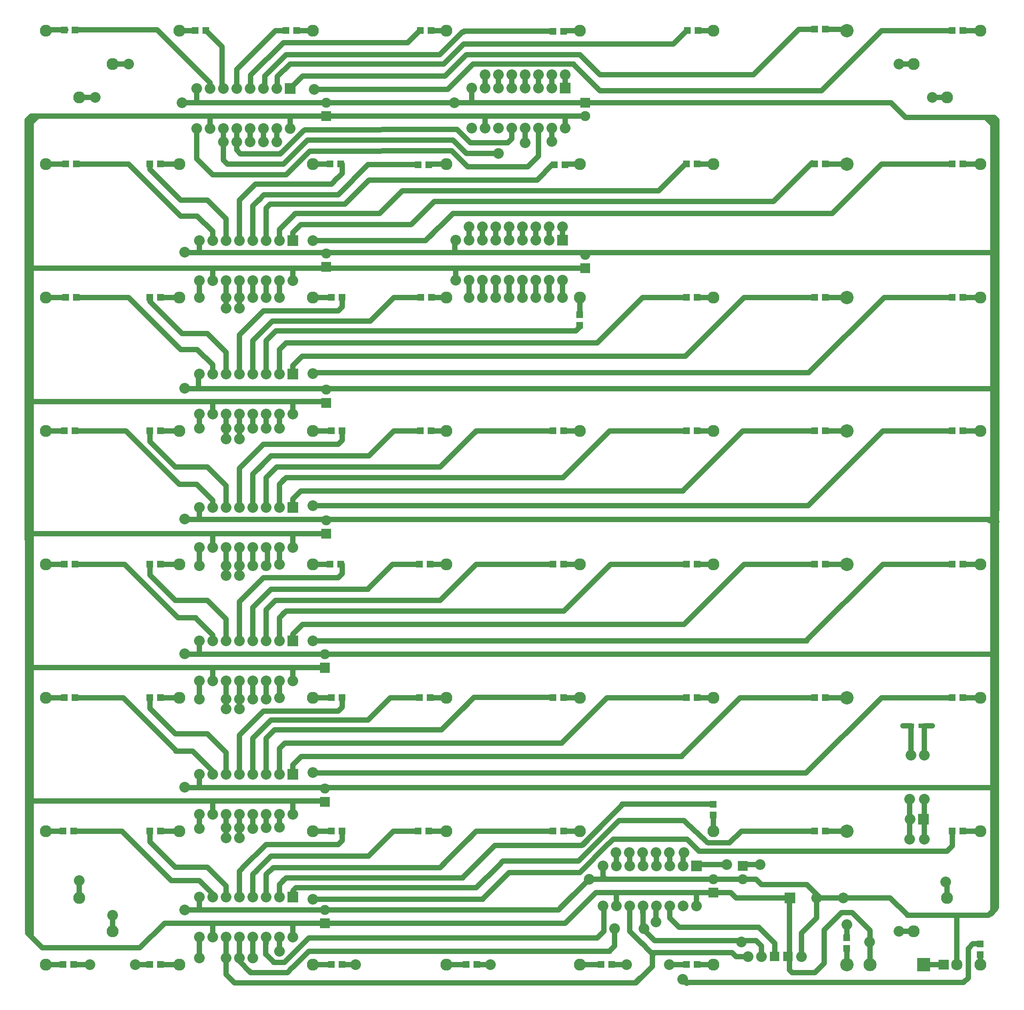
<source format=gbr>
G04 start of page 3 for group 5 idx 5 *
G04 Title: (unknown), bottom *
G04 Creator: pcb v4.0.2-g2d695f8b *
G04 CreationDate: Sat Jan 27 08:31:28 2018 UTC *
G04 For: zhenke *
G04 Format: Gerber/RS-274X *
G04 PCB-Dimensions (mil): 7480.31 7283.46 *
G04 PCB-Coordinate-Origin: lower left *
%MOIN*%
%FSLAX25Y25*%
%LNBOTTOM*%
%ADD39C,0.0430*%
%ADD38C,0.0380*%
%ADD37C,0.0420*%
%ADD36C,0.0280*%
%ADD35C,0.1180*%
%ADD34C,0.0350*%
%ADD33C,0.0850*%
%ADD32C,0.0980*%
%ADD31C,0.1000*%
%ADD30C,0.0750*%
%ADD29C,0.0900*%
%ADD28C,0.0800*%
%ADD27C,0.0001*%
%ADD26C,0.0300*%
%ADD25C,0.0400*%
G54D25*X16000Y650846D02*X21000Y655846D01*
X16000Y650846D02*Y40846D01*
X105000Y419846D02*Y411846D01*
X49000Y419846D02*X87000D01*
X27000D02*X41000D01*
X105000Y219846D02*Y211846D01*
Y119846D02*Y111846D01*
X77000Y56846D02*Y44846D01*
X52000Y82846D02*Y69846D01*
X48000Y119846D02*X84000D01*
X27000D02*X40000D01*
X49000Y219846D02*X85000D01*
X49000Y319846D02*X86000D01*
X27000D02*X41000D01*
X27000Y219846D02*X41000D01*
X113000Y419846D02*X127000D01*
X162000Y373846D02*Y362346D01*
Y378846D02*Y370346D01*
Y378846D02*X148000Y392846D01*
X152000Y441846D02*Y432346D01*
X162000D02*Y413846D01*
X142000Y432346D02*Y421846D01*
X127000Y379846D02*X139500D01*
X142000Y232346D02*Y218846D01*
X152000Y242346D02*Y232346D01*
X113000Y219846D02*X127000D01*
X142000Y262346D02*Y252346D01*
X152000Y266846D02*X139000Y279846D01*
X152000Y266846D02*Y262346D01*
X132500Y252346D02*X132000Y252846D01*
X132500Y252346D02*X147000D01*
X127000Y279846D02*X139500D01*
X124000Y192846D02*X105000Y211846D01*
X124000Y192846D02*X148000D01*
X162000Y178846D02*X148000Y192846D01*
X162000Y178846D02*Y170346D01*
X124500Y179846D02*X137000D01*
X152000Y164846D02*X137000Y179846D01*
X113000Y119846D02*X127000D01*
X124000Y92846D02*X105000Y111846D01*
X124000Y92846D02*X148000D01*
X122000Y82846D02*X140000D01*
X162000Y78846D02*X148000Y92846D01*
X152000Y142346D02*Y132346D01*
X142000D02*Y121846D01*
Y162346D02*Y152346D01*
X162000Y132346D02*Y114846D01*
X152000Y164846D02*Y162346D01*
X162000Y78846D02*Y70346D01*
X142000D02*Y60846D01*
X131500Y60346D02*X130000Y61846D01*
X84000Y119846D02*X121000Y82846D01*
X85000Y219846D02*X125000Y179846D01*
X124000Y392846D02*X105000Y411846D01*
X87000Y419846D02*X127000Y379846D01*
X124000Y392846D02*X148000D01*
X113000Y319846D02*X127000D01*
X105000D02*Y311846D01*
X124000Y292846D02*X105000Y311846D01*
X124000Y292846D02*X148000D01*
X86000Y319846D02*X126000Y279846D01*
X162000Y316346D02*Y311346D01*
X152000Y341846D02*X151000Y342846D01*
X152000Y341846D02*Y332346D01*
X113000Y519846D02*X127000D01*
X89000D02*X127000Y481846D01*
X160000Y632846D02*Y622846D01*
X140000Y623846D02*X152000Y611846D01*
X128000Y580846D02*X140500D01*
X162000Y473846D02*Y462346D01*
Y478846D02*X148000Y492846D01*
X162000Y478846D02*Y470346D01*
X134500Y451346D02*X147000D01*
X141500Y461346D02*Y451346D01*
X128000Y480846D02*X140500D01*
X142000Y532346D02*Y521846D01*
X162000Y532346D02*Y513846D01*
X172000Y89846D02*Y70346D01*
X182000Y132346D02*Y121846D01*
X172000Y132346D02*Y114846D01*
X192000Y109846D02*X174500Y92346D01*
X195750Y101096D02*X184500Y89846D01*
X182000Y87346D02*X185250Y90596D01*
X182000Y87346D02*Y70346D01*
X192000Y87346D02*Y70346D01*
X202000Y79846D02*X205000Y82846D01*
X202000Y79846D02*Y70346D01*
X204500Y82346D02*X207000Y84846D01*
X212000Y141346D02*X211000Y142346D01*
X192000Y109846D02*X244500D01*
X195750Y101096D02*X238250D01*
X192000Y132346D02*Y122346D01*
X212000Y74846D02*X214500Y77346D01*
X116000Y50846D02*X416000D01*
X131000Y60846D02*X411000D01*
X172000Y89846D02*X176500Y94346D01*
X234500Y101096D02*X268250D01*
X324500Y94846D02*X349500Y119846D01*
X227000Y68846D02*X354500D01*
X214500Y77346D02*X349500D01*
X207000Y84846D02*X339500D01*
X349000Y77346D02*X349500D01*
X339000Y84846D02*X363250Y109096D01*
X349500Y77346D02*X365750Y93596D01*
X369500Y97346D02*X366250Y94096D01*
X224000Y39846D02*X440000D01*
X439000Y73846D02*X416000Y50846D01*
X411000Y60846D02*X431000Y80846D01*
X412500Y62346D02*X433000Y82846D01*
X374000Y88846D02*X355000Y69846D01*
X374000Y88846D02*X378000D01*
X377737D02*X426000D01*
X427250Y109096D02*X363250D01*
X426000Y97346D02*X369500D01*
X427000Y109096D02*X428250D01*
X13250Y142346D02*X235500D01*
X131500Y152346D02*X131000Y152846D01*
X131500Y152346D02*X144000D01*
X202000Y132346D02*Y122846D01*
X27000Y19846D02*X40000D01*
X24500Y32346D02*X13250Y43596D01*
X24500Y32346D02*X97000D01*
X50500Y19846D02*X60000D01*
X94000D02*X105000D01*
X142000Y82846D02*X152000Y72846D01*
Y70346D01*
X142000Y40346D02*Y28846D01*
Y32346D02*Y24846D01*
X113000Y19846D02*X127000D01*
X202000Y40346D02*Y29846D01*
X192000Y27346D02*X197000Y22346D01*
X182000Y37346D02*Y26846D01*
X172000Y22346D02*X180500Y13846D01*
X172000Y40346D02*Y22346D01*
X180500Y13846D02*X179250Y15096D01*
X182000Y40346D02*Y30846D01*
X162000Y40346D02*Y30846D01*
X180500Y13846D02*X208000D01*
X211500Y17346D02*X208000Y13846D01*
X197750Y21596D02*X205750D01*
X212000Y17846D02*X224000Y29846D01*
X205750Y21596D02*X224000Y39846D01*
X191750Y37596D02*Y27596D01*
X249000Y19846D02*X259000D01*
X227000D02*X241000D01*
X50000Y619846D02*X89000D01*
X50000Y519846D02*X89000D01*
X27000Y619846D02*X42000D01*
X27000Y519846D02*X42000D01*
X162000Y573846D02*Y562346D01*
Y578846D02*X148000Y592846D01*
X162000Y578846D02*Y570346D01*
X131500Y553346D02*X131000Y553846D01*
X131500Y553346D02*X144000D01*
X113000Y619846D02*X127000D01*
X89000D02*X128000Y580846D01*
X150000Y655846D02*Y646346D01*
X160000D02*Y635846D01*
X192000Y384846D02*X200000Y392846D01*
X13250Y441846D02*X227000D01*
X212000D02*Y432346D01*
X131500Y353346D02*X131000Y353846D01*
X13500Y242346D02*X15000D01*
X13250Y45096D02*X13000Y634846D01*
X124000Y82846D02*X142000D01*
X116000Y50846D02*X97500Y32346D01*
X131500Y353346D02*X143500D01*
X13250Y342846D02*X225000D01*
X191750Y37596D02*X192000Y37846D01*
Y40346D02*Y35346D01*
X212000Y50346D02*Y40346D01*
X152000Y50346D02*Y40346D01*
X202000Y570846D02*Y562346D01*
X214500Y269846D02*X219500Y274846D01*
X204500Y282346D02*X207000Y284846D01*
X224750Y629596D02*X207000Y611846D01*
X173250Y627596D02*X202750D01*
X203500Y628346D01*
X174250Y627596D02*X172750D01*
X170000Y630346D01*
X199500Y494846D02*X195500Y490846D01*
X195000Y589846D02*X251000D01*
X192000Y586846D02*X195000Y589846D01*
X192000Y586846D02*Y562346D01*
X196750Y502096D02*X239250D01*
X199500Y494846D02*X201000D01*
X427000Y497846D02*X424000Y494846D01*
X427000Y498846D02*Y497846D01*
X287750Y519846D02*X270000Y502096D01*
X287750Y519846D02*X308000D01*
X427000D02*Y506846D01*
X235500Y502096D02*X269250D01*
X208000Y485846D02*X415500D01*
X269000Y607846D02*X343000D01*
X251000Y589846D02*X269000Y607846D01*
X336000D02*X395000D01*
X406500Y619346D02*X395000Y607846D01*
X388000Y617846D02*X396000Y625846D01*
X406500Y619346D02*X408000D01*
X406000Y646846D02*Y636846D01*
X396000Y646846D02*Y625846D01*
X356000Y655846D02*Y646846D01*
X345000Y635846D02*X335000Y645846D01*
X345000Y635846D02*X373000D01*
X224750Y629596D02*X331000Y629846D01*
X221000Y645346D02*X335000Y645846D01*
X343000Y617846D02*X354000D01*
X376000Y646846D02*Y638846D01*
X373000Y635846D02*X376000Y638846D01*
X353000Y617846D02*X388000D01*
X416000Y655846D02*Y646846D01*
X182000Y432346D02*Y421846D01*
X172000Y432346D02*Y413846D01*
X192000Y432346D02*Y421846D01*
X182000Y532346D02*Y521846D01*
X172000Y532346D02*Y513846D01*
X192000Y532346D02*Y521846D01*
X196750Y502096D02*X185500Y490846D01*
X234500Y401096D02*X268250D01*
X195750D02*X238250D01*
X207000Y384846D02*X414500D01*
X207000Y284846D02*X414500D01*
X324500Y294846D02*X349500Y319846D01*
X206000Y185846D02*X413500D01*
X350000Y19846D02*X360000D01*
X327000D02*X342000D01*
X224000Y342846D02*X227000D01*
X212000Y541846D02*Y532346D01*
Y74846D02*X212500Y75346D01*
X212000Y74846D02*Y70346D01*
Y141346D02*Y132346D01*
Y342846D02*Y332346D01*
X192000Y384846D02*Y362346D01*
X142000Y332346D02*Y318846D01*
Y362346D02*Y353346D01*
X195750Y401096D02*X184500Y389846D01*
X204500Y382346D02*X207000Y384846D01*
X182000Y332346D02*Y318846D01*
X234500Y301096D02*X268250D01*
X195750D02*X184500Y289846D01*
X195750Y301096D02*X238250D01*
X202000Y570846D02*X214000Y582846D01*
X190000Y646346D02*Y635846D01*
X180000Y646346D02*Y635846D01*
X170000Y646346D02*Y633846D01*
X210000Y655846D02*Y646346D01*
X223000Y637846D02*X205000Y619846D01*
X220000Y644846D02*X203000Y627846D01*
X117000Y242346D02*X236000D01*
X15750D02*X122000D01*
X192000Y285846D02*X199000Y292846D01*
X192000Y285846D02*Y262346D01*
X182000Y287346D02*X185750Y291096D01*
X182000Y287346D02*Y262346D01*
X202000Y279846D02*X206000Y283846D01*
X202000Y279846D02*Y262346D01*
X172000Y291846D02*Y262346D01*
X162000Y273846D02*Y262346D01*
Y278846D02*X148000Y292846D01*
X162000Y278846D02*Y270346D01*
X235500Y142346D02*X236000Y141846D01*
X192000Y87346D02*X197250Y92596D01*
X322250D02*X329750Y100096D01*
X314000Y119846D02*X327000D01*
X287500D02*X306000D01*
X197250Y92596D02*X322250D01*
X287500Y119846D02*X268750Y101096D01*
X227000Y119846D02*X241000D01*
X249000D02*Y112846D01*
X246000Y109846D02*X249000Y112846D01*
X245000Y109846D02*X246000D01*
X218500Y175846D02*X212000Y169346D01*
Y162346D01*
Y267346D02*X214000Y269346D01*
X212000Y267346D02*Y262346D01*
Y242346D02*Y232346D01*
X226000Y163346D02*X238500D01*
X202000Y232346D02*Y219846D01*
X192000Y232346D02*Y218846D01*
X182000Y189346D02*X185000Y192346D01*
X182000Y189346D02*Y162346D01*
X172000Y191846D02*X190000Y209846D01*
X172000Y191846D02*Y162346D01*
X162000Y173846D02*Y162346D01*
X182000Y232346D02*Y218846D01*
X172000Y232346D02*Y211346D01*
X162000Y232346D02*Y211346D01*
X195750Y203096D02*X184500Y191846D01*
X192000Y189346D02*X194750Y192096D01*
X192000Y189346D02*Y162346D01*
X206000Y185846D02*X202000Y181846D01*
Y162346D01*
X193500Y190846D02*X198500Y195846D01*
X315000Y219846D02*X327000D01*
X285000D02*X268250Y203096D01*
X285000Y219846D02*X307000D01*
X234500Y203096D02*X268250D01*
X198500Y195846D02*X323500D01*
X227000Y219846D02*X241000D01*
X190000Y209846D02*X246000D01*
X195750Y203096D02*X238250D01*
X249000Y219846D02*Y212846D01*
X246000Y209846D02*X249000Y212846D01*
X227000Y262346D02*X239500D01*
X735500Y650346D02*X731000Y654846D01*
X735500Y650346D02*X736500D01*
Y654346D02*X736000Y654846D01*
X653000Y619846D02*X706000D01*
X714000Y719846D02*X727000D01*
X653000D02*X706000D01*
X691000Y669846D02*X702000D01*
X666000Y694846D02*X677000D01*
X660000Y665846D02*X664000Y661846D01*
X662000Y663846D02*X663000Y662846D01*
X662000Y663846D02*X671000Y654846D01*
X591000Y720846D02*X600000D01*
X557000Y686846D02*X591000Y720846D01*
X611000D02*X627000D01*
X601000D02*X603000D01*
X627000Y719846D02*Y718846D01*
X515000Y619846D02*X527000D01*
X611000D02*X627000D01*
X653000Y719846D02*X608000Y674846D01*
X609000Y675846D01*
X443000Y674846D02*X442000D01*
X442500D02*X608000D01*
X736500Y654346D02*Y59346D01*
X738745Y352346D02*X739245Y351846D01*
X734000Y352346D02*X738745D01*
X732000Y553346D02*X738917D01*
X714000Y319846D02*X727000D01*
X737500Y654846D02*X739500Y652846D01*
X718000Y31846D02*X721500Y35346D01*
X727000D01*
X733000Y56846D02*X738500Y62346D01*
X735000Y57846D02*X738500Y61346D01*
X709500Y52346D02*Y32346D01*
X739000Y62846D02*X739500Y652346D01*
X598000Y363846D02*X654000Y419846D01*
X549000D02*X603000D01*
X611000D02*X627000D01*
X654500D02*X706000D01*
X515000Y519846D02*X527000D01*
X611000D02*X627000D01*
X550000D02*X603000D01*
X655000D02*X706000D01*
X653000Y619846D02*X616000Y582846D01*
X655000Y519846D02*X598500Y463346D01*
X714000Y619846D02*X727000D01*
X714000Y419846D02*X727000D01*
X714000Y519846D02*X727000D01*
X739159Y451346D02*X739330Y451516D01*
X734000Y451346D02*X739159D01*
X738917Y553346D02*X739417Y553846D01*
X671000Y654846D02*X737500D01*
X464500Y105346D02*X464000Y105846D01*
X464500Y105346D02*Y94846D01*
X454500Y105346D02*X454000Y105846D01*
X454500Y105346D02*Y94846D01*
X457000Y127846D02*X456500D01*
X494250Y64596D02*X494500Y64846D01*
X526746Y140101D02*X527000Y139846D01*
X459246Y140101D02*X526746D01*
X458754D02*Y139601D01*
X444500Y85846D02*X445500Y84846D01*
X444500Y94846D02*Y85846D01*
X464250Y64596D02*X464500Y64846D01*
X474250Y64596D02*X474500Y64846D01*
G54D26*X429250Y109096D02*X459000Y139846D01*
G54D25*X456500Y127846D02*X426500Y97846D01*
X458754Y139601D02*X428250Y109096D01*
X584500Y68346D02*X586000Y69846D01*
X564500Y79846D02*X597000D01*
X604500Y72346D02*X597000Y79846D01*
X604500Y72346D02*Y54846D01*
X594500Y44846D02*X604500Y54846D01*
X567000Y69846D02*X584500D01*
X672500Y56846D02*X733000D01*
X659500Y69846D02*X672000Y57346D01*
X604500Y69846D02*X659500D01*
X414000Y485846D02*X440000D01*
X474000Y519846D02*X440000Y485846D01*
X474000Y519846D02*X507000D01*
X550000D02*X506000Y475846D01*
X515000Y419846D02*X527000D01*
X549000D02*X504000Y374846D01*
X718000Y31846D02*Y9846D01*
X709500Y56346D02*X709000Y56846D01*
X709500Y56346D02*Y50346D01*
X644500Y32346D02*Y17346D01*
X709500Y34346D02*Y19846D01*
X684500D02*X699500D01*
X563000Y32846D02*Y25846D01*
X553000Y26346D02*Y25846D01*
X573000Y35846D02*Y25846D01*
X584000Y69846D02*Y26846D01*
Y24846D02*X583000Y25846D01*
X584000Y24846D02*Y15846D01*
X586000Y13846D02*X584000Y15846D01*
X593000Y43346D02*Y25846D01*
X586000Y13846D02*X603000D01*
X610000Y20846D02*X603000Y13846D01*
X610000Y45846D02*Y20846D01*
X714500Y6346D02*X718000Y9846D01*
X627000Y31846D02*Y19846D01*
X506500Y6346D02*X714500D01*
X550000Y319846D02*X505000Y274846D01*
X550000Y319846D02*X603000D01*
X685000Y198846D02*X691000D01*
X669000D02*X675000D01*
X611000Y319846D02*X627000D01*
X452000Y113846D02*X507500D01*
X449000Y110846D02*X452000Y113846D01*
X454500Y73346D02*X454000Y73846D01*
X454500Y73346D02*Y63846D01*
X552000Y94846D02*X562000D01*
X541000Y28846D02*X544000Y25846D01*
X553000D01*
X494250Y64596D02*Y54846D01*
X514500Y73346D02*X514000Y73846D01*
X514500Y73346D02*Y63846D01*
X516500Y104846D02*X507500Y113846D01*
X515500Y94846D02*X537000D01*
X504500Y103346D02*X505000Y103846D01*
X504500Y103346D02*Y93846D01*
X516500Y104846D02*X521000D01*
X481500Y28846D02*X481000Y28346D01*
X481500Y18596D02*X469000Y6096D01*
X481500Y27846D02*Y18596D01*
X472000Y9846D02*X468250Y6096D01*
X481500Y28846D02*X541000D01*
X507000Y5846D02*X504000Y8846D01*
X515000Y19846D02*X527000D01*
X497000D02*X507000D01*
X506000D02*X507000D01*
X482000Y27346D02*X479750Y29596D01*
X453000Y33846D02*X449000Y29846D01*
X451000Y19846D02*X462000D01*
X479500Y29846D02*X473250Y36096D01*
X627000Y49846D02*Y39846D01*
X563000Y33846D02*X559000Y37846D01*
X563000Y33846D02*Y31846D01*
X548000Y119846D02*X603000D01*
X611000D02*X627000D01*
X349500D02*X343250Y113596D01*
X349500Y119846D02*X407000D01*
X415000D02*X427000D01*
X527000Y131846D02*Y119846D01*
X406750Y220096D02*X407000Y219846D01*
X347750Y220096D02*X406750D01*
X347500Y219846D02*X324000Y196346D01*
X347500Y219846D02*X339250Y211596D01*
X349500Y319846D02*X345500Y315846D01*
X227000Y363846D02*X598000D01*
X219500Y374846D02*X504500D01*
X415000Y419846D02*X427000D01*
X449500D02*X414500Y384846D01*
X349500Y419846D02*X348250Y418596D01*
X349500Y419846D02*X407000D01*
X449500D02*X507000D01*
X515000Y319846D02*X527000D01*
X450000D02*X507000D01*
X141500Y451346D02*X735500D01*
X238000Y463346D02*X598000D01*
X220500Y475846D02*X505500D01*
X141500Y353346D02*X735500D01*
X415000Y219846D02*X427000D01*
X447500D02*X413500Y185846D01*
X447500Y219846D02*X507000D01*
X144500Y252346D02*X738500D01*
X237000Y262346D02*X597000D01*
X219500Y274846D02*X504500D01*
X415000Y319846D02*X427000D01*
X450000D02*X415000Y284846D01*
X349500Y319846D02*X407000D01*
X515000Y219846D02*X527000D01*
X547000D02*X503000Y175846D01*
X547000Y219846D02*X603000D01*
X611000D02*X627000D01*
X653000D02*X596500Y163346D01*
X653000Y219846D02*X706000D01*
X654000Y319846D02*X596500Y262346D01*
X654000Y319846D02*X706000D01*
X484000Y63346D02*X484500Y63846D01*
X504963Y127846D02*X506481Y126328D01*
X458000Y127846D02*X504963D01*
X448500Y110346D02*X427000Y88846D01*
X484000Y63346D02*Y51846D01*
X439000Y73846D02*X540000D01*
X539143Y110989D02*X548000Y119846D01*
X523000Y110989D02*X539143D01*
X522143Y111846D02*X523000Y110989D01*
X522077Y111846D02*X522143D01*
X521000Y112846D02*X507000Y125846D01*
X225000Y29846D02*X449500D01*
X162000Y32346D02*Y12346D01*
X168250Y6096D02*X162000Y12346D01*
X168250Y6096D02*X468250D01*
X427000Y19846D02*X443000D01*
X727000Y27346D02*Y19846D01*
X236000Y163346D02*X596000D01*
X142000Y152346D02*X738500D01*
X218500Y175846D02*X503500D01*
X714000Y219846D02*X727000D01*
X706000Y108846D02*X702000Y104846D01*
X706000Y119846D02*Y108846D01*
X714000Y119846D02*X727000D01*
X698000Y104846D02*X701000D01*
X702000Y80846D02*X701000Y81846D01*
X702000Y80846D02*Y69846D01*
X666000Y44846D02*X677000D01*
X674000Y143846D02*Y113846D01*
X685000Y143846D02*Y113846D01*
X675000Y198687D02*Y176846D01*
X685000Y197846D02*Y176846D01*
X573000Y35846D02*X561000Y47846D01*
X593000Y43346D02*X596750Y47096D01*
X623000Y58846D02*X610000Y45846D01*
X623000Y58846D02*X631000D01*
X644500Y45346D02*X631000Y58846D01*
X644500Y45346D02*Y32846D01*
X544000Y69846D02*X540000Y73846D01*
X544000Y69846D02*X566000D01*
X563000Y79846D02*X559000Y83846D01*
X563000Y79846D02*X568000D01*
X522000Y104846D02*X697000D01*
X453000Y46846D02*Y33846D01*
X445000Y63346D02*X444500Y63846D01*
X445000Y63346D02*Y44846D01*
X440000Y39846D02*X445000Y44846D01*
X475000Y46846D02*Y45846D01*
X474250Y47596D02*X475000Y46846D01*
X464500Y44846D02*X473750Y35596D01*
X474250Y64596D02*Y47596D01*
X464500Y63846D02*Y44846D01*
X474000Y63346D02*X474500Y63846D01*
X474000Y63346D02*Y58846D01*
X483000Y37846D02*X496000D01*
X475000Y45846D02*X483000Y37846D01*
X501250Y47846D02*X494250Y54846D01*
X495000Y37846D02*X559000D01*
X501250Y47846D02*X561000D01*
X436500Y83846D02*X559000D01*
X515500Y94846D02*X514500Y93846D01*
X494500Y105346D02*X494000Y105846D01*
X494500Y105346D02*Y94846D01*
X484500Y105346D02*X484000Y105846D01*
X484500Y105346D02*Y94846D01*
X474500Y105346D02*X474000Y105846D01*
X474500Y105346D02*Y94846D01*
X342000Y627846D02*X332000Y637846D01*
X346000Y676846D02*Y665846D01*
X342000Y627846D02*X366000D01*
X356000Y686846D02*Y676846D01*
X366000Y686846D02*Y676846D01*
X376000Y686846D02*Y676846D01*
X386000Y686846D02*Y676846D01*
X396000Y686846D02*Y676846D01*
X140000Y665846D02*X660000D01*
X191000Y677346D02*X190000Y676346D01*
X200500Y676846D02*X200000Y676346D01*
X200500Y685346D02*Y676846D01*
X219500Y685846D02*X210000Y676346D01*
X219500Y685846D02*X326000D01*
X191000D02*Y677346D01*
X506000Y619846D02*X486000Y599846D01*
X506000Y619846D02*X507000D01*
X572000Y591846D02*X601000Y620846D01*
X342500Y582846D02*X616000D01*
X347000Y591846D02*X572000D01*
X342000Y599846D02*X486000D01*
X139500Y553346D02*X733500D01*
X170000Y689846D02*Y676346D01*
X180500Y676846D02*X180000Y676346D01*
X180500Y686346D02*Y676846D01*
X205000Y710846D02*X180500Y686346D01*
X159000Y677346D02*X160000Y676346D01*
X159000Y707846D02*Y677346D01*
X147000Y719846D02*X159000Y707846D01*
X205000Y710846D02*X298000D01*
X307000Y719846D02*X298000Y710846D01*
X307000Y719846D02*X307500D01*
X207000Y701846D02*X191000Y685846D01*
X210000Y694846D02*X200500Y685346D01*
X207000Y701846D02*X322000D01*
X210000Y694846D02*X325000D01*
X339000Y718846D02*X322000Y701846D01*
X339000Y718846D02*X340000D01*
X340500Y719346D02*X340000Y718846D01*
Y709846D02*X325000Y694846D01*
X342000Y701846D02*X326000Y685846D01*
X347000Y694846D02*X328000Y675846D01*
X442000Y686846D02*X557000D01*
X515500Y719846D02*X527000D01*
X507000D02*X497000Y709846D01*
X507000Y719846D02*X507500D01*
X406000Y686846D02*Y676846D01*
X416000Y686846D02*Y676846D01*
X427000Y701846D02*X442000Y686846D01*
X422000Y701846D02*X427000D01*
X340500Y719346D02*X407000D01*
X340000Y709846D02*X497000D01*
X342000Y701846D02*X421000D01*
X347000Y694846D02*X422500D01*
X442000Y674846D02*X422000Y694846D01*
X343000Y617846D02*X331000Y629846D01*
X268500Y619346D02*X306000D01*
X223000Y637846D02*X332000D01*
X152000Y611846D02*X206000D01*
X163000Y619846D02*X204000D01*
X170000Y635846D02*Y630846D01*
X349500Y419846D02*X322500Y392846D01*
X200000D02*X322500D01*
X182000Y387346D02*X189250Y394596D01*
X315500Y419846D02*X327000D01*
X287750D02*X269000Y401096D01*
X287750Y419846D02*X307500D01*
X236000Y441846D02*X237000Y440846D01*
X225000Y441846D02*X236000D01*
X227500Y463346D02*X227000Y462846D01*
X227500Y463346D02*X238500D01*
X202000Y480846D02*X207000Y485846D01*
X202000Y480846D02*Y462346D01*
X212000Y468846D02*X219000Y475846D01*
X212000Y468846D02*Y462346D01*
X192000Y487346D02*X197750Y493096D01*
X192000Y487346D02*Y462346D01*
X182000Y487346D02*X187000Y492346D01*
X182000Y487346D02*Y462346D01*
Y387346D02*Y362346D01*
X202000Y379846D02*X207000Y384846D01*
X202000Y379846D02*Y362346D01*
X212000Y368846D02*X218000Y374846D01*
X212000Y368846D02*Y362346D01*
X268500Y619346D02*X246000Y596846D01*
X182000Y588346D02*Y562346D01*
X163000Y619846D02*X161000Y621846D01*
X163000Y619846D02*X160000Y622846D01*
X311500Y562346D02*X317000Y567846D01*
X227000Y562346D02*X311500D01*
X334000Y541846D02*Y532846D01*
X316000Y519846D02*X327000D01*
X227000D02*X241000D01*
Y604846D02*X245500Y609346D01*
X184000Y604846D02*X241000D01*
X172000Y592846D02*X184000Y604846D01*
X172000Y592846D02*Y562346D01*
X249000Y619846D02*Y612846D01*
X246000Y609846D02*X249000Y612846D01*
Y519846D02*Y512846D01*
X246000Y509846D02*X249000Y512846D01*
X190000Y509846D02*X246000D01*
X172000Y491846D02*X190000Y509846D01*
X172000Y491846D02*Y462346D01*
X226000Y342846D02*X237000D01*
X227000Y419846D02*X241000D01*
X249000D02*Y412846D01*
X246000Y409846D02*X249000Y412846D01*
X322500Y292846D02*X326500Y296846D01*
X315000Y319846D02*X327000D01*
X286750D02*X307000D01*
X202000Y332346D02*Y319846D01*
X193000Y331346D02*X192000Y332346D01*
X193000Y331346D02*Y317846D01*
X172000Y332346D02*Y311346D01*
X162000Y332346D02*Y318846D01*
X172000Y291846D02*X190000Y309846D01*
Y409846D02*X246000D01*
X172000Y391846D02*X190000Y409846D01*
X172000Y391846D02*Y362346D01*
X199000Y292846D02*X322500D01*
X286750Y319846D02*X268000Y301096D01*
X227000Y319846D02*X240000D01*
X249000D02*Y312846D01*
X246000Y309846D02*X249000Y312846D01*
X190000Y309846D02*X246000D01*
X128000Y592846D02*X148000D01*
X129000Y492846D02*X148000D01*
X105000Y516846D02*X129000Y492846D01*
X105000Y519846D02*Y516846D01*
Y615846D02*X128000Y592846D01*
X105000Y619846D02*Y615846D01*
X152000Y611846D02*X151000Y612846D01*
X152000Y469346D02*X140500Y480846D01*
X152000Y367846D02*X140000Y379846D01*
X152000Y367846D02*Y362346D01*
Y469346D02*Y462346D01*
X328000Y675846D02*X329000Y676846D01*
X199000Y719846D02*X207000D01*
X315500D02*X327000D01*
X215000D02*X227000D01*
X228000Y675846D02*X328000D01*
X140000Y676346D02*Y665846D01*
X314500Y619846D02*X314000Y619346D01*
X129000Y665846D02*X147000D01*
X16000Y655846D02*X431000D01*
X27500Y720346D02*X27000Y719846D01*
X27500Y720346D02*X42000D01*
X415500Y719846D02*X415000Y719346D01*
X415500Y719846D02*X427000D01*
X77000Y694846D02*X90000D01*
X386000Y646846D02*Y635846D01*
X346000Y665846D02*X367000D01*
X13039Y541846D02*X431000D01*
X131500Y451346D02*X131000Y451846D01*
X131500Y451346D02*X136500D01*
X202000Y532346D02*Y520846D01*
Y432346D02*Y421846D01*
X13000Y652846D02*X16000Y655846D01*
X13000Y652846D02*Y634846D01*
X416500Y619846D02*X416000Y619346D01*
X416500Y619846D02*X427000D01*
X199000Y719846D02*X170000Y690846D01*
X150000Y680846D02*Y676346D01*
X127000Y719846D02*X139000D01*
X110500Y720346D02*X115000Y715846D01*
X49000Y720346D02*X110500D01*
X52000Y669846D02*X64000D01*
X150000Y680846D02*X111000Y719846D01*
X212000Y568346D02*X218000Y574346D01*
X212000Y568346D02*Y562346D01*
X141500Y561846D02*X142250Y562596D01*
X142000Y562346D02*Y553346D01*
X314500Y619846D02*X327000D01*
X294000Y599846D02*X341000D01*
X227000Y619846D02*X240000D01*
X190500Y596846D02*X186250Y592596D01*
X190500Y596846D02*X245000D01*
X214000Y582846D02*X277000D01*
X294000Y599846D02*X277000Y582846D01*
X219000Y574346D02*X300500D01*
X332000Y582846D02*X311500Y562346D01*
X332000Y582846D02*X343000D01*
X318000Y591846D02*X301000Y574846D01*
X318000Y591846D02*X348000D01*
X333500Y562346D02*X334000Y562846D01*
X140000Y646346D02*Y623846D01*
X200000Y646346D02*Y635846D01*
X152000Y541846D02*Y532346D01*
X148000Y592846D02*X148500Y592346D01*
X148000Y492846D02*X148500Y492346D01*
X152000Y569346D02*X140500Y580846D01*
X152000Y569346D02*Y562346D01*
X182000Y588346D02*X187000Y593346D01*
X214000Y582846D02*X213500Y582346D01*
X414000Y532846D02*Y519846D01*
X404000Y532846D02*Y519846D01*
X394000Y532846D02*Y519846D01*
X384000Y532846D02*Y519846D01*
X374000Y532846D02*Y519846D01*
X364000Y532846D02*Y519846D01*
X354000Y532846D02*Y519846D01*
X344000Y573846D02*Y562846D01*
X354000Y573846D02*Y562846D01*
X364000Y573846D02*Y562846D01*
X333500Y562346D02*Y553346D01*
X374000Y573846D02*Y562846D01*
X384000Y573846D02*Y562846D01*
X394000Y573846D02*Y562846D01*
X404000Y573846D02*Y562846D01*
X414000Y573846D02*Y562846D01*
X344000Y532846D02*Y519846D01*
X202500Y494846D02*X424000D01*
G54D27*G36*
X208000Y74346D02*Y66346D01*
X216000D01*
Y74346D01*
X208000D01*
G37*
G54D28*X202000Y70346D03*
X192000D03*
X182000D03*
X172000D03*
Y40346D03*
X182000D03*
X162000Y70346D03*
Y40346D03*
X152000Y70346D03*
Y40346D03*
X142000Y70346D03*
Y40346D03*
G54D29*X127000Y19846D03*
G54D28*X192000Y40346D03*
X202000D03*
X212000D03*
G54D29*X227000Y19846D03*
G54D27*G36*
X208000Y166346D02*Y158346D01*
X216000D01*
Y166346D01*
X208000D01*
G37*
G54D28*X202000Y162346D03*
X192000D03*
X182000D03*
X172000D03*
X162000D03*
X152000D03*
X142000D03*
Y132346D03*
X152000D03*
X162000D03*
G54D29*X127000Y119846D03*
G54D28*X172000Y132346D03*
X182000D03*
X192000D03*
X202000D03*
X212000D03*
G54D29*X52000Y69846D03*
X77000Y44846D03*
X27000Y19846D03*
G54D27*G36*
X427250Y545596D02*Y538096D01*
X434750D01*
Y545596D01*
X427250D01*
G37*
G54D30*X431000Y551846D03*
G54D27*G36*
X410000Y566846D02*Y558846D01*
X418000D01*
Y566846D01*
X410000D01*
G37*
G54D28*X404000Y562846D03*
Y532846D03*
X414000D03*
X394000Y562846D03*
Y532846D03*
X384000Y562846D03*
Y532846D03*
X374000Y562846D03*
Y532846D03*
X364000Y562846D03*
Y532846D03*
X354000Y562846D03*
X344000D03*
X334000D03*
Y532846D03*
X344000D03*
X354000D03*
G54D27*G36*
X427250Y669596D02*Y662096D01*
X434750D01*
Y669596D01*
X427250D01*
G37*
G54D29*X527000Y719846D03*
X427000D03*
G54D30*X431000Y655846D03*
G54D27*G36*
X412000Y680846D02*Y672846D01*
X420000D01*
Y680846D01*
X412000D01*
G37*
G54D28*X406000Y676846D03*
Y646846D03*
G54D29*X727000Y519846D03*
G54D31*X627000D03*
G54D29*X527000D03*
X427000D03*
X327000D03*
G54D28*X416000Y646846D03*
G54D29*X727000Y619846D03*
G54D31*X627000D03*
G54D29*X527000D03*
X427000D03*
X702000Y669846D03*
X677000Y694846D03*
X727000Y719846D03*
G54D31*X627000D03*
G54D27*G36*
X569500Y29346D02*Y22346D01*
X576500D01*
Y29346D01*
X569500D01*
G37*
G54D28*X563000Y25846D03*
X553000D03*
G54D27*G36*
X579500Y29346D02*Y22346D01*
X586500D01*
Y29346D01*
X579500D01*
G37*
G54D28*X593000Y25846D03*
G54D29*X527000Y19846D03*
G54D27*G36*
X679600Y24746D02*Y14946D01*
X689400D01*
Y24746D01*
X679600D01*
G37*
G54D32*X644500Y19846D03*
G54D27*G36*
X695750Y23596D02*Y16096D01*
X703250D01*
Y23596D01*
X695750D01*
G37*
G54D33*X709500Y19846D03*
G54D29*X727000D03*
G54D31*X627000D03*
G54D29*X677000Y44846D03*
G54D27*G36*
X545250Y97596D02*Y90096D01*
X552750D01*
Y97596D01*
X545250D01*
G37*
G54D30*X549000Y83846D03*
G54D29*X527000Y319846D03*
Y219846D03*
Y119846D03*
G54D27*G36*
X680500Y132846D02*Y124846D01*
X688500D01*
Y132846D01*
X680500D01*
G37*
G54D29*X727000Y119846D03*
G54D28*X674500Y128846D03*
G54D31*X627000Y319846D03*
Y219846D03*
Y119846D03*
G54D29*X727000Y219846D03*
Y319846D03*
X702000Y69846D03*
X727000Y419846D03*
G54D31*X627000D03*
G54D29*X527000D03*
G54D27*G36*
X510500Y97846D02*Y89846D01*
X518500D01*
Y97846D01*
X510500D01*
G37*
G54D28*X504500Y93846D03*
X494500D03*
X484500D03*
X474500D03*
X464500D03*
X454500D03*
X444500D03*
G54D29*X427000Y119846D03*
Y419846D03*
Y319846D03*
Y219846D03*
G54D28*X444500Y63846D03*
X454500D03*
X464500D03*
X474500D03*
X484500D03*
X494500D03*
X504500D03*
X514500D03*
G54D27*G36*
X523250Y77596D02*Y70096D01*
X530750D01*
Y77596D01*
X523250D01*
G37*
G54D30*X527000Y83846D03*
G54D27*G36*
X580500Y73846D02*Y65846D01*
X588500D01*
Y73846D01*
X580500D01*
G37*
G54D28*X604500Y69846D03*
G54D29*X427000Y19846D03*
G54D28*X172000Y562346D03*
Y532346D03*
X162000Y562346D03*
Y532346D03*
X152000Y562346D03*
Y532346D03*
X142000Y562346D03*
Y532346D03*
G54D29*X127000Y519846D03*
X27000D03*
G54D27*G36*
X208000Y466346D02*Y458346D01*
X216000D01*
Y466346D01*
X208000D01*
G37*
G54D28*X202000Y462346D03*
X192000D03*
Y432346D03*
X202000D03*
X212000D03*
G54D27*G36*
X233250Y444596D02*Y437096D01*
X240750D01*
Y444596D01*
X233250D01*
G37*
G54D30*X237000Y450846D03*
G54D28*X182000Y462346D03*
Y432346D03*
X172000Y462346D03*
Y432346D03*
X162000Y462346D03*
Y432346D03*
X152000Y462346D03*
X142000D03*
Y432346D03*
X152000D03*
G54D27*G36*
X208000Y566346D02*Y558346D01*
X216000D01*
Y566346D01*
X208000D01*
G37*
G54D28*X202000Y562346D03*
X192000D03*
X182000D03*
Y532346D03*
X192000D03*
X202000D03*
X212000D03*
G54D27*G36*
X233250Y546596D02*Y539096D01*
X240750D01*
Y546596D01*
X233250D01*
G37*
G54D30*X237000Y552846D03*
G54D29*X227000Y519846D03*
X327000Y419846D03*
X227000D03*
X127000D03*
X27000D03*
G54D28*X396000Y676846D03*
X386000D03*
X376000D03*
X366000D03*
X356000D03*
X346000D03*
Y646846D03*
X356000D03*
X376000D03*
X386000D03*
X396000D03*
G54D29*X327000Y719846D03*
Y619846D03*
G54D28*X366000Y646846D03*
G54D27*G36*
X233250Y659596D02*Y652096D01*
X240750D01*
Y659596D01*
X233250D01*
G37*
G54D30*X237000Y665846D03*
G54D29*X227000Y619846D03*
G54D27*G36*
X206000Y680346D02*Y672346D01*
X214000D01*
Y680346D01*
X206000D01*
G37*
G54D28*X200000Y676346D03*
X190000D03*
X180000D03*
X170000D03*
Y646346D03*
X180000D03*
X190000D03*
X200000D03*
X160000Y676346D03*
Y646346D03*
X150000Y676346D03*
Y646346D03*
X210000D03*
G54D29*X227000Y719846D03*
G54D28*X140000Y676346D03*
Y646346D03*
G54D29*X127000Y719846D03*
Y619846D03*
X77000Y694846D03*
X52000Y669846D03*
X27000Y719846D03*
Y619846D03*
G54D27*G36*
X232250Y145596D02*Y138096D01*
X239750D01*
Y145596D01*
X232250D01*
G37*
G54D30*X236000Y151846D03*
G54D27*G36*
X232250Y54596D02*Y47096D01*
X239750D01*
Y54596D01*
X232250D01*
G37*
G54D30*X236000Y60846D03*
G54D27*G36*
X233250Y346596D02*Y339096D01*
X240750D01*
Y346596D01*
X233250D01*
G37*
G54D30*X237000Y352846D03*
G54D29*X227000Y119846D03*
G54D27*G36*
X232250Y246096D02*Y238596D01*
X239750D01*
Y246096D01*
X232250D01*
G37*
G54D30*X236000Y252346D03*
G54D27*G36*
X208000Y266346D02*Y258346D01*
X216000D01*
Y266346D01*
X208000D01*
G37*
G54D28*X212000Y232346D03*
G54D29*X227000Y219846D03*
X327000D03*
Y119846D03*
Y19846D03*
G54D28*X202000Y262346D03*
X192000D03*
X182000D03*
X172000D03*
X162000D03*
X152000D03*
X142000D03*
Y232346D03*
X152000D03*
X162000D03*
X172000D03*
G54D29*X127000Y219846D03*
G54D28*X182000Y232346D03*
X192000D03*
X202000D03*
G54D27*G36*
X208000Y366346D02*Y358346D01*
X216000D01*
Y366346D01*
X208000D01*
G37*
G54D28*X202000Y362346D03*
X192000D03*
X182000D03*
X172000D03*
X162000D03*
X152000D03*
X142000D03*
X152000Y332346D03*
X162000D03*
X172000D03*
X182000D03*
X192000D03*
X202000D03*
X212000D03*
G54D29*X227000Y319846D03*
G54D28*X142000Y332346D03*
G54D29*X27000Y319846D03*
X127000D03*
X327000D03*
X27000Y219846D03*
Y119846D03*
G54D27*G36*
X38500Y722846D02*Y717846D01*
X43500D01*
Y722846D01*
X38500D01*
G37*
G36*
X110500Y622346D02*Y617346D01*
X115500D01*
Y622346D01*
X110500D01*
G37*
G36*
X102500D02*Y617346D01*
X107500D01*
Y622346D01*
X102500D01*
G37*
G36*
X39500D02*Y617346D01*
X44500D01*
Y622346D01*
X39500D01*
G37*
G36*
X47500D02*Y617346D01*
X52500D01*
Y622346D01*
X47500D01*
G37*
G36*
X46500Y722846D02*Y717846D01*
X51500D01*
Y722846D01*
X46500D01*
G37*
G36*
X212500Y722346D02*Y717346D01*
X217500D01*
Y722346D01*
X212500D01*
G37*
G36*
X204500D02*Y717346D01*
X209500D01*
Y722346D01*
X204500D01*
G37*
G36*
X136500D02*Y717346D01*
X141500D01*
Y722346D01*
X136500D01*
G37*
G36*
X144500D02*Y717346D01*
X149500D01*
Y722346D01*
X144500D01*
G37*
G36*
X237500Y622346D02*Y617346D01*
X242500D01*
Y622346D01*
X237500D01*
G37*
G36*
X245500D02*Y617346D01*
X250500D01*
Y622346D01*
X245500D01*
G37*
G36*
X608500Y723346D02*Y718346D01*
X613500D01*
Y723346D01*
X608500D01*
G37*
G36*
X600500D02*Y718346D01*
X605500D01*
Y723346D01*
X600500D01*
G37*
G36*
X711500Y722346D02*Y717346D01*
X716500D01*
Y722346D01*
X711500D01*
G37*
G36*
X703500D02*Y717346D01*
X708500D01*
Y722346D01*
X703500D01*
G37*
G36*
X513000D02*Y717346D01*
X518000D01*
Y722346D01*
X513000D01*
G37*
G36*
X505000D02*Y717346D01*
X510000D01*
Y722346D01*
X505000D01*
G37*
G36*
X412500Y721846D02*Y716846D01*
X417500D01*
Y721846D01*
X412500D01*
G37*
G36*
X404500D02*Y716846D01*
X409500D01*
Y721846D01*
X404500D01*
G37*
G36*
X313000Y722346D02*Y717346D01*
X318000D01*
Y722346D01*
X313000D01*
G37*
G36*
X305000D02*Y717346D01*
X310000D01*
Y722346D01*
X305000D01*
G37*
G36*
X413500Y621846D02*Y616846D01*
X418500D01*
Y621846D01*
X413500D01*
G37*
G36*
X405500D02*Y616846D01*
X410500D01*
Y621846D01*
X405500D01*
G37*
G36*
X512500Y622346D02*Y617346D01*
X517500D01*
Y622346D01*
X512500D01*
G37*
G36*
X504500D02*Y617346D01*
X509500D01*
Y622346D01*
X504500D01*
G37*
G36*
X711500D02*Y617346D01*
X716500D01*
Y622346D01*
X711500D01*
G37*
G36*
X703500D02*Y617346D01*
X708500D01*
Y622346D01*
X703500D01*
G37*
G36*
X608500D02*Y617346D01*
X613500D01*
Y622346D01*
X608500D01*
G37*
G36*
X600500D02*Y617346D01*
X605500D01*
Y622346D01*
X600500D01*
G37*
G36*
X608500Y522346D02*Y517346D01*
X613500D01*
Y522346D01*
X608500D01*
G37*
G36*
X711500D02*Y517346D01*
X716500D01*
Y522346D01*
X711500D01*
G37*
G36*
X703500D02*Y517346D01*
X708500D01*
Y522346D01*
X703500D01*
G37*
G36*
X600500D02*Y517346D01*
X605500D01*
Y522346D01*
X600500D01*
G37*
G36*
X512500D02*Y517346D01*
X517500D01*
Y522346D01*
X512500D01*
G37*
G36*
X504500D02*Y517346D01*
X509500D01*
Y522346D01*
X504500D01*
G37*
G36*
X424500Y509346D02*Y504346D01*
X429500D01*
Y509346D01*
X424500D01*
G37*
G36*
Y501346D02*Y496346D01*
X429500D01*
Y501346D01*
X424500D01*
G37*
G36*
X608500Y422346D02*Y417346D01*
X613500D01*
Y422346D01*
X608500D01*
G37*
G36*
X600500D02*Y417346D01*
X605500D01*
Y422346D01*
X600500D01*
G37*
G36*
X512500D02*Y417346D01*
X517500D01*
Y422346D01*
X512500D01*
G37*
G36*
X504500D02*Y417346D01*
X509500D01*
Y422346D01*
X504500D01*
G37*
G36*
X412500Y322346D02*Y317346D01*
X417500D01*
Y322346D01*
X412500D01*
G37*
G36*
X512500D02*Y317346D01*
X517500D01*
Y322346D01*
X512500D01*
G37*
G36*
X504500D02*Y317346D01*
X509500D01*
Y322346D01*
X504500D01*
G37*
G36*
X608500D02*Y317346D01*
X613500D01*
Y322346D01*
X608500D01*
G37*
G36*
X600500D02*Y317346D01*
X605500D01*
Y322346D01*
X600500D01*
G37*
G36*
X711500D02*Y317346D01*
X716500D01*
Y322346D01*
X711500D01*
G37*
G36*
X703500D02*Y317346D01*
X708500D01*
Y322346D01*
X703500D01*
G37*
G36*
X711500Y422346D02*Y417346D01*
X716500D01*
Y422346D01*
X711500D01*
G37*
G36*
X703500D02*Y417346D01*
X708500D01*
Y422346D01*
X703500D01*
G37*
G36*
X238500Y222346D02*Y217346D01*
X243500D01*
Y222346D01*
X238500D01*
G37*
G36*
X246500D02*Y217346D01*
X251500D01*
Y222346D01*
X246500D01*
G37*
G36*
X312500D02*Y217346D01*
X317500D01*
Y222346D01*
X312500D01*
G37*
G36*
X304500D02*Y217346D01*
X309500D01*
Y222346D01*
X304500D01*
G37*
G36*
X339500Y22346D02*Y17346D01*
X344500D01*
Y22346D01*
X339500D01*
G37*
G36*
X246500D02*Y17346D01*
X251500D01*
Y22346D01*
X246500D01*
G37*
G36*
X347500D02*Y17346D01*
X352500D01*
Y22346D01*
X347500D01*
G37*
G36*
X404500Y222346D02*Y217346D01*
X409500D01*
Y222346D01*
X404500D01*
G37*
G36*
X238500Y122346D02*Y117346D01*
X243500D01*
Y122346D01*
X238500D01*
G37*
G36*
Y22346D02*Y17346D01*
X243500D01*
Y22346D01*
X238500D01*
G37*
G36*
X246500Y122346D02*Y117346D01*
X251500D01*
Y122346D01*
X246500D01*
G37*
G36*
X311500D02*Y117346D01*
X316500D01*
Y122346D01*
X311500D01*
G37*
G36*
X303500D02*Y117346D01*
X308500D01*
Y122346D01*
X303500D01*
G37*
G36*
X404500D02*Y117346D01*
X409500D01*
Y122346D01*
X404500D01*
G37*
G36*
X311500Y621846D02*Y616846D01*
X316500D01*
Y621846D01*
X311500D01*
G37*
G36*
X312500Y322346D02*Y317346D01*
X317500D01*
Y322346D01*
X312500D01*
G37*
G36*
X304500D02*Y317346D01*
X309500D01*
Y322346D01*
X304500D01*
G37*
G36*
X303500Y621846D02*Y616846D01*
X308500D01*
Y621846D01*
X303500D01*
G37*
G36*
X313500Y522346D02*Y517346D01*
X318500D01*
Y522346D01*
X313500D01*
G37*
G36*
X305500D02*Y517346D01*
X310500D01*
Y522346D01*
X305500D01*
G37*
G36*
X238500D02*Y517346D01*
X243500D01*
Y522346D01*
X238500D01*
G37*
G36*
X246500D02*Y517346D01*
X251500D01*
Y522346D01*
X246500D01*
G37*
G36*
X412500Y422346D02*Y417346D01*
X417500D01*
Y422346D01*
X412500D01*
G37*
G36*
X404500D02*Y417346D01*
X409500D01*
Y422346D01*
X404500D01*
G37*
G36*
X313000D02*Y417346D01*
X318000D01*
Y422346D01*
X313000D01*
G37*
G36*
X305000D02*Y417346D01*
X310000D01*
Y422346D01*
X305000D01*
G37*
G36*
X238500D02*Y417346D01*
X243500D01*
Y422346D01*
X238500D01*
G37*
G36*
X246500D02*Y417346D01*
X251500D01*
Y422346D01*
X246500D01*
G37*
G36*
X245500Y322346D02*Y317346D01*
X250500D01*
Y322346D01*
X245500D01*
G37*
G36*
X404500D02*Y317346D01*
X409500D01*
Y322346D01*
X404500D01*
G37*
G36*
X110500Y522346D02*Y517346D01*
X115500D01*
Y522346D01*
X110500D01*
G37*
G36*
X102500D02*Y517346D01*
X107500D01*
Y522346D01*
X102500D01*
G37*
G36*
X39500D02*Y517346D01*
X44500D01*
Y522346D01*
X39500D01*
G37*
G36*
X47500D02*Y517346D01*
X52500D01*
Y522346D01*
X47500D01*
G37*
G36*
X110500Y422346D02*Y417346D01*
X115500D01*
Y422346D01*
X110500D01*
G37*
G36*
Y322346D02*Y317346D01*
X115500D01*
Y322346D01*
X110500D01*
G37*
G36*
X237500D02*Y317346D01*
X242500D01*
Y322346D01*
X237500D01*
G37*
G36*
X102500Y422346D02*Y417346D01*
X107500D01*
Y422346D01*
X102500D01*
G37*
G36*
X38500D02*Y417346D01*
X43500D01*
Y422346D01*
X38500D01*
G37*
G36*
X46500D02*Y417346D01*
X51500D01*
Y422346D01*
X46500D01*
G37*
G36*
X680654Y200421D02*Y197272D01*
X687346D01*
Y200421D01*
X680654D01*
G37*
G36*
X670814D02*Y197272D01*
X677506D01*
Y200421D01*
X670814D01*
G37*
G36*
X624500Y34346D02*Y29346D01*
X629500D01*
Y34346D01*
X624500D01*
G37*
G36*
Y42346D02*Y37346D01*
X629500D01*
Y42346D01*
X624500D01*
G37*
G36*
X724500Y29846D02*Y24846D01*
X729500D01*
Y29846D01*
X724500D01*
G37*
G36*
Y37846D02*Y32846D01*
X729500D01*
Y37846D01*
X724500D01*
G37*
G36*
X412500Y222346D02*Y217346D01*
X417500D01*
Y222346D01*
X412500D01*
G37*
G36*
X512500D02*Y217346D01*
X517500D01*
Y222346D01*
X512500D01*
G37*
G36*
X504500D02*Y217346D01*
X509500D01*
Y222346D01*
X504500D01*
G37*
G36*
X608500D02*Y217346D01*
X613500D01*
Y222346D01*
X608500D01*
G37*
G36*
X600500D02*Y217346D01*
X605500D01*
Y222346D01*
X600500D01*
G37*
G36*
X711500D02*Y217346D01*
X716500D01*
Y222346D01*
X711500D01*
G37*
G36*
X703500D02*Y217346D01*
X708500D01*
Y222346D01*
X703500D01*
G37*
G36*
X412500Y122346D02*Y117346D01*
X417500D01*
Y122346D01*
X412500D01*
G37*
G36*
X608500D02*Y117346D01*
X613500D01*
Y122346D01*
X608500D01*
G37*
G36*
X600500D02*Y117346D01*
X605500D01*
Y122346D01*
X600500D01*
G37*
G36*
X711500D02*Y117346D01*
X716500D01*
Y122346D01*
X711500D01*
G37*
G36*
X703500D02*Y117346D01*
X708500D01*
Y122346D01*
X703500D01*
G37*
G36*
X524500Y134346D02*Y129346D01*
X529500D01*
Y134346D01*
X524500D01*
G37*
G36*
X440500Y22346D02*Y17346D01*
X445500D01*
Y22346D01*
X440500D01*
G37*
G36*
X448500D02*Y17346D01*
X453500D01*
Y22346D01*
X448500D01*
G37*
G36*
X512500D02*Y17346D01*
X517500D01*
Y22346D01*
X512500D01*
G37*
G36*
X504500D02*Y17346D01*
X509500D01*
Y22346D01*
X504500D01*
G37*
G36*
X524500Y142346D02*Y137346D01*
X529500D01*
Y142346D01*
X524500D01*
G37*
G36*
X38500Y322346D02*Y317346D01*
X43500D01*
Y322346D01*
X38500D01*
G37*
G36*
X46500D02*Y317346D01*
X51500D01*
Y322346D01*
X46500D01*
G37*
G36*
X102500D02*Y317346D01*
X107500D01*
Y322346D01*
X102500D01*
G37*
G36*
X38500Y222346D02*Y217346D01*
X43500D01*
Y222346D01*
X38500D01*
G37*
G36*
X46500D02*Y217346D01*
X51500D01*
Y222346D01*
X46500D01*
G37*
G36*
X102500D02*Y217346D01*
X107500D01*
Y222346D01*
X102500D01*
G37*
G36*
X110500D02*Y217346D01*
X115500D01*
Y222346D01*
X110500D01*
G37*
G36*
X37500Y122346D02*Y117346D01*
X42500D01*
Y122346D01*
X37500D01*
G37*
G36*
X45500D02*Y117346D01*
X50500D01*
Y122346D01*
X45500D01*
G37*
G36*
X110500D02*Y117346D01*
X115500D01*
Y122346D01*
X110500D01*
G37*
G36*
X102500D02*Y117346D01*
X107500D01*
Y122346D01*
X102500D01*
G37*
G36*
X37500Y22346D02*Y17346D01*
X42500D01*
Y22346D01*
X37500D01*
G37*
G36*
X45500D02*Y17346D01*
X50500D01*
Y22346D01*
X45500D01*
G37*
G36*
X110500D02*Y17346D01*
X115500D01*
Y22346D01*
X110500D01*
G37*
G36*
X102500D02*Y17346D01*
X107500D01*
Y22346D01*
X102500D01*
G37*
G54D28*X202000Y519846D03*
X192000D03*
X182000D03*
X172000Y511846D03*
Y519846D03*
X162000Y511846D03*
Y519846D03*
X142000D03*
X64000Y669846D03*
X129000Y665846D03*
X131000Y553846D03*
X200000Y636346D03*
X190000D03*
X180000D03*
X170000D03*
X160000D03*
X227000Y562346D03*
X89000Y694846D03*
X228000Y675846D03*
X386000Y635846D03*
X366000Y627846D03*
X406000Y636846D03*
X666000Y694846D03*
X691000Y669846D03*
X333000Y665846D03*
X366000Y686846D03*
X416000D03*
X406000D03*
X396000D03*
X386000D03*
X376000D03*
X356000D03*
X344000Y519846D03*
X354000D03*
X364000D03*
X374000D03*
X384000D03*
X394000D03*
X404000D03*
X414000D03*
Y572846D03*
X404000D03*
X394000D03*
X344000D03*
X374000D03*
X384000D03*
X364000D03*
X354000D03*
X701000Y81846D03*
X666000Y44846D03*
X674000Y113846D03*
X685000D03*
X644000Y36846D03*
X685000Y143846D03*
X674000D03*
X685000Y176846D03*
X675000D03*
X627000Y49846D03*
X624500Y69846D03*
X562000Y94846D03*
X505000Y103846D03*
X548000Y36846D03*
X537000Y94846D03*
X504000Y8846D03*
X474000Y103846D03*
X484000D03*
X494000D03*
Y19846D03*
X454000Y103846D03*
X464000D03*
X434000Y83846D03*
X484000Y51846D03*
X453000Y46846D03*
X475000D03*
X360000Y19846D03*
X462000D03*
X227000Y68846D03*
X172000Y24846D03*
X182000D03*
X162000D03*
X202000Y29846D03*
Y122846D03*
X227000Y163846D03*
X192000Y122346D03*
X259000Y19846D03*
X202000Y219846D03*
Y319846D03*
Y421846D03*
X227000Y462846D03*
Y363846D03*
Y262346D03*
X172000Y218846D03*
X142000D03*
X162000Y211346D03*
Y218846D03*
X172000Y211346D03*
X182000Y218846D03*
X192000D03*
X172000Y311346D03*
X162000D03*
X182000Y318846D03*
X192000D03*
X131000Y252846D03*
Y451846D03*
X172000Y413846D03*
Y421846D03*
Y318846D03*
X142000D03*
X162000D03*
X131000Y353846D03*
X192000Y421846D03*
X182000D03*
X162000Y413846D03*
Y421846D03*
X142000D03*
Y24846D03*
X94000Y19846D03*
X77000Y56846D03*
X131000Y60846D03*
X52000Y82846D03*
X131000Y152846D03*
X142000Y121846D03*
X182000D03*
X172000Y114846D03*
Y122346D03*
X162000Y114846D03*
Y122346D03*
X60000Y19846D03*
G54D34*G54D35*G54D34*G54D35*G54D34*G54D35*G54D34*G54D35*G54D34*G54D36*G54D37*G54D36*G54D37*G54D36*G54D37*G54D36*G54D37*G54D26*G54D36*G54D26*G54D37*G54D26*G54D36*G54D37*G54D36*G54D37*G54D38*G54D37*G54D38*G54D39*G54D37*G54D26*G54D37*G54D26*G54D37*G54D26*G54D37*G54D36*G54D37*G54D36*G54D26*G54D37*G54D36*G54D37*G54D36*G54D26*G54D36*G54D26*G54D37*G54D36*G54D37*G54D36*G54D26*G54D37*G54D36*G54D37*G54D36*G54D37*G54D26*G54D37*G54D26*G54D36*G54D37*G54D36*G54D37*G54D36*G54D37*G54D36*G54D37*M02*

</source>
